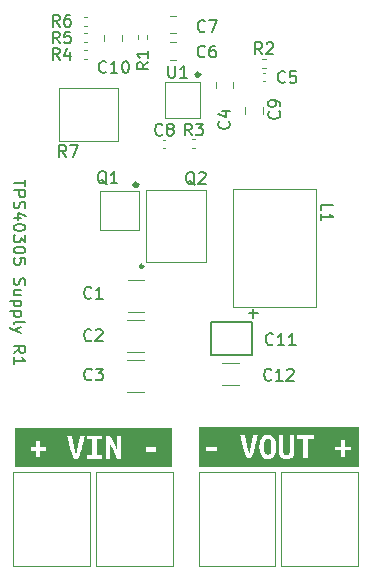
<source format=gbr>
%TF.GenerationSoftware,KiCad,Pcbnew,(6.0.8-1)-1*%
%TF.CreationDate,2022-10-03T20:28:42-04:00*%
%TF.ProjectId,TPS40305_supply,54505334-3033-4303-955f-737570706c79,rev?*%
%TF.SameCoordinates,Original*%
%TF.FileFunction,Legend,Top*%
%TF.FilePolarity,Positive*%
%FSLAX46Y46*%
G04 Gerber Fmt 4.6, Leading zero omitted, Abs format (unit mm)*
G04 Created by KiCad (PCBNEW (6.0.8-1)-1) date 2022-10-03 20:28:42*
%MOMM*%
%LPD*%
G01*
G04 APERTURE LIST*
%ADD10C,0.150000*%
%ADD11C,0.120000*%
%ADD12C,0.306982*%
%ADD13C,0.280227*%
%ADD14C,0.329258*%
%ADD15C,0.127000*%
G04 APERTURE END LIST*
D10*
X86527619Y-55072857D02*
X86527619Y-55644285D01*
X85527619Y-55358571D02*
X86527619Y-55358571D01*
X85527619Y-55977619D02*
X86527619Y-55977619D01*
X86527619Y-56358571D01*
X86480000Y-56453809D01*
X86432380Y-56501428D01*
X86337142Y-56549047D01*
X86194285Y-56549047D01*
X86099047Y-56501428D01*
X86051428Y-56453809D01*
X86003809Y-56358571D01*
X86003809Y-55977619D01*
X85575238Y-56930000D02*
X85527619Y-57072857D01*
X85527619Y-57310952D01*
X85575238Y-57406190D01*
X85622857Y-57453809D01*
X85718095Y-57501428D01*
X85813333Y-57501428D01*
X85908571Y-57453809D01*
X85956190Y-57406190D01*
X86003809Y-57310952D01*
X86051428Y-57120476D01*
X86099047Y-57025238D01*
X86146666Y-56977619D01*
X86241904Y-56930000D01*
X86337142Y-56930000D01*
X86432380Y-56977619D01*
X86480000Y-57025238D01*
X86527619Y-57120476D01*
X86527619Y-57358571D01*
X86480000Y-57501428D01*
X86194285Y-58358571D02*
X85527619Y-58358571D01*
X86575238Y-58120476D02*
X85860952Y-57882380D01*
X85860952Y-58501428D01*
X86527619Y-59072857D02*
X86527619Y-59168095D01*
X86480000Y-59263333D01*
X86432380Y-59310952D01*
X86337142Y-59358571D01*
X86146666Y-59406190D01*
X85908571Y-59406190D01*
X85718095Y-59358571D01*
X85622857Y-59310952D01*
X85575238Y-59263333D01*
X85527619Y-59168095D01*
X85527619Y-59072857D01*
X85575238Y-58977619D01*
X85622857Y-58930000D01*
X85718095Y-58882380D01*
X85908571Y-58834761D01*
X86146666Y-58834761D01*
X86337142Y-58882380D01*
X86432380Y-58930000D01*
X86480000Y-58977619D01*
X86527619Y-59072857D01*
X86527619Y-59739523D02*
X86527619Y-60358571D01*
X86146666Y-60025238D01*
X86146666Y-60168095D01*
X86099047Y-60263333D01*
X86051428Y-60310952D01*
X85956190Y-60358571D01*
X85718095Y-60358571D01*
X85622857Y-60310952D01*
X85575238Y-60263333D01*
X85527619Y-60168095D01*
X85527619Y-59882380D01*
X85575238Y-59787142D01*
X85622857Y-59739523D01*
X86527619Y-60977619D02*
X86527619Y-61072857D01*
X86480000Y-61168095D01*
X86432380Y-61215714D01*
X86337142Y-61263333D01*
X86146666Y-61310952D01*
X85908571Y-61310952D01*
X85718095Y-61263333D01*
X85622857Y-61215714D01*
X85575238Y-61168095D01*
X85527619Y-61072857D01*
X85527619Y-60977619D01*
X85575238Y-60882380D01*
X85622857Y-60834761D01*
X85718095Y-60787142D01*
X85908571Y-60739523D01*
X86146666Y-60739523D01*
X86337142Y-60787142D01*
X86432380Y-60834761D01*
X86480000Y-60882380D01*
X86527619Y-60977619D01*
X86527619Y-62215714D02*
X86527619Y-61739523D01*
X86051428Y-61691904D01*
X86099047Y-61739523D01*
X86146666Y-61834761D01*
X86146666Y-62072857D01*
X86099047Y-62168095D01*
X86051428Y-62215714D01*
X85956190Y-62263333D01*
X85718095Y-62263333D01*
X85622857Y-62215714D01*
X85575238Y-62168095D01*
X85527619Y-62072857D01*
X85527619Y-61834761D01*
X85575238Y-61739523D01*
X85622857Y-61691904D01*
X85575238Y-63406190D02*
X85527619Y-63549047D01*
X85527619Y-63787142D01*
X85575238Y-63882380D01*
X85622857Y-63930000D01*
X85718095Y-63977619D01*
X85813333Y-63977619D01*
X85908571Y-63930000D01*
X85956190Y-63882380D01*
X86003809Y-63787142D01*
X86051428Y-63596666D01*
X86099047Y-63501428D01*
X86146666Y-63453809D01*
X86241904Y-63406190D01*
X86337142Y-63406190D01*
X86432380Y-63453809D01*
X86480000Y-63501428D01*
X86527619Y-63596666D01*
X86527619Y-63834761D01*
X86480000Y-63977619D01*
X86194285Y-64834761D02*
X85527619Y-64834761D01*
X86194285Y-64406190D02*
X85670476Y-64406190D01*
X85575238Y-64453809D01*
X85527619Y-64549047D01*
X85527619Y-64691904D01*
X85575238Y-64787142D01*
X85622857Y-64834761D01*
X86194285Y-65310952D02*
X85194285Y-65310952D01*
X86146666Y-65310952D02*
X86194285Y-65406190D01*
X86194285Y-65596666D01*
X86146666Y-65691904D01*
X86099047Y-65739523D01*
X86003809Y-65787142D01*
X85718095Y-65787142D01*
X85622857Y-65739523D01*
X85575238Y-65691904D01*
X85527619Y-65596666D01*
X85527619Y-65406190D01*
X85575238Y-65310952D01*
X86194285Y-66215714D02*
X85194285Y-66215714D01*
X86146666Y-66215714D02*
X86194285Y-66310952D01*
X86194285Y-66501428D01*
X86146666Y-66596666D01*
X86099047Y-66644285D01*
X86003809Y-66691904D01*
X85718095Y-66691904D01*
X85622857Y-66644285D01*
X85575238Y-66596666D01*
X85527619Y-66501428D01*
X85527619Y-66310952D01*
X85575238Y-66215714D01*
X85527619Y-67263333D02*
X85575238Y-67168095D01*
X85670476Y-67120476D01*
X86527619Y-67120476D01*
X86194285Y-67549047D02*
X85527619Y-67787142D01*
X86194285Y-68025238D02*
X85527619Y-67787142D01*
X85289523Y-67691904D01*
X85241904Y-67644285D01*
X85194285Y-67549047D01*
X85527619Y-69739523D02*
X86003809Y-69406190D01*
X85527619Y-69168095D02*
X86527619Y-69168095D01*
X86527619Y-69549047D01*
X86480000Y-69644285D01*
X86432380Y-69691904D01*
X86337142Y-69739523D01*
X86194285Y-69739523D01*
X86099047Y-69691904D01*
X86051428Y-69644285D01*
X86003809Y-69549047D01*
X86003809Y-69168095D01*
X85527619Y-70691904D02*
X85527619Y-70120476D01*
X85527619Y-70406190D02*
X86527619Y-70406190D01*
X86384761Y-70310952D01*
X86289523Y-70215714D01*
X86241904Y-70120476D01*
%TO.C,U1*%
X98626495Y-45431289D02*
X98626495Y-46240813D01*
X98674114Y-46336051D01*
X98721733Y-46383670D01*
X98816971Y-46431289D01*
X99007447Y-46431289D01*
X99102685Y-46383670D01*
X99150304Y-46336051D01*
X99197923Y-46240813D01*
X99197923Y-45431289D01*
X100197923Y-46431289D02*
X99626495Y-46431289D01*
X99912209Y-46431289D02*
X99912209Y-45431289D01*
X99816971Y-45574147D01*
X99721733Y-45669385D01*
X99626495Y-45717004D01*
%TO.C,Q2*%
X100874761Y-55517619D02*
X100779523Y-55470000D01*
X100684285Y-55374761D01*
X100541428Y-55231904D01*
X100446190Y-55184285D01*
X100350952Y-55184285D01*
X100398571Y-55422380D02*
X100303333Y-55374761D01*
X100208095Y-55279523D01*
X100160476Y-55089047D01*
X100160476Y-54755714D01*
X100208095Y-54565238D01*
X100303333Y-54470000D01*
X100398571Y-54422380D01*
X100589047Y-54422380D01*
X100684285Y-54470000D01*
X100779523Y-54565238D01*
X100827142Y-54755714D01*
X100827142Y-55089047D01*
X100779523Y-55279523D01*
X100684285Y-55374761D01*
X100589047Y-55422380D01*
X100398571Y-55422380D01*
X101208095Y-54517619D02*
X101255714Y-54470000D01*
X101350952Y-54422380D01*
X101589047Y-54422380D01*
X101684285Y-54470000D01*
X101731904Y-54517619D01*
X101779523Y-54612857D01*
X101779523Y-54708095D01*
X101731904Y-54850952D01*
X101160476Y-55422380D01*
X101779523Y-55422380D01*
%TO.C,C1*%
X92117533Y-65054142D02*
X92069914Y-65101761D01*
X91927057Y-65149380D01*
X91831819Y-65149380D01*
X91688961Y-65101761D01*
X91593723Y-65006523D01*
X91546104Y-64911285D01*
X91498485Y-64720809D01*
X91498485Y-64577952D01*
X91546104Y-64387476D01*
X91593723Y-64292238D01*
X91688961Y-64197000D01*
X91831819Y-64149380D01*
X91927057Y-64149380D01*
X92069914Y-64197000D01*
X92117533Y-64244619D01*
X93069914Y-65149380D02*
X92498485Y-65149380D01*
X92784200Y-65149380D02*
X92784200Y-64149380D01*
X92688961Y-64292238D01*
X92593723Y-64387476D01*
X92498485Y-64435095D01*
%TO.C,C6*%
X101721333Y-44623542D02*
X101673714Y-44671161D01*
X101530857Y-44718780D01*
X101435619Y-44718780D01*
X101292761Y-44671161D01*
X101197523Y-44575923D01*
X101149904Y-44480685D01*
X101102285Y-44290209D01*
X101102285Y-44147352D01*
X101149904Y-43956876D01*
X101197523Y-43861638D01*
X101292761Y-43766400D01*
X101435619Y-43718780D01*
X101530857Y-43718780D01*
X101673714Y-43766400D01*
X101721333Y-43814019D01*
X102578476Y-43718780D02*
X102388000Y-43718780D01*
X102292761Y-43766400D01*
X102245142Y-43814019D01*
X102149904Y-43956876D01*
X102102285Y-44147352D01*
X102102285Y-44528304D01*
X102149904Y-44623542D01*
X102197523Y-44671161D01*
X102292761Y-44718780D01*
X102483238Y-44718780D01*
X102578476Y-44671161D01*
X102626095Y-44623542D01*
X102673714Y-44528304D01*
X102673714Y-44290209D01*
X102626095Y-44194971D01*
X102578476Y-44147352D01*
X102483238Y-44099733D01*
X102292761Y-44099733D01*
X102197523Y-44147352D01*
X102149904Y-44194971D01*
X102102285Y-44290209D01*
%TO.C,R4*%
X89415133Y-44930180D02*
X89081800Y-44453990D01*
X88843704Y-44930180D02*
X88843704Y-43930180D01*
X89224657Y-43930180D01*
X89319895Y-43977800D01*
X89367514Y-44025419D01*
X89415133Y-44120657D01*
X89415133Y-44263514D01*
X89367514Y-44358752D01*
X89319895Y-44406371D01*
X89224657Y-44453990D01*
X88843704Y-44453990D01*
X90272276Y-44263514D02*
X90272276Y-44930180D01*
X90034180Y-43882561D02*
X89796085Y-44596847D01*
X90415133Y-44596847D01*
%TO.C,C9*%
X107997142Y-49296666D02*
X108044761Y-49344285D01*
X108092380Y-49487142D01*
X108092380Y-49582380D01*
X108044761Y-49725238D01*
X107949523Y-49820476D01*
X107854285Y-49868095D01*
X107663809Y-49915714D01*
X107520952Y-49915714D01*
X107330476Y-49868095D01*
X107235238Y-49820476D01*
X107140000Y-49725238D01*
X107092380Y-49582380D01*
X107092380Y-49487142D01*
X107140000Y-49344285D01*
X107187619Y-49296666D01*
X108092380Y-48820476D02*
X108092380Y-48630000D01*
X108044761Y-48534761D01*
X107997142Y-48487142D01*
X107854285Y-48391904D01*
X107663809Y-48344285D01*
X107282857Y-48344285D01*
X107187619Y-48391904D01*
X107140000Y-48439523D01*
X107092380Y-48534761D01*
X107092380Y-48725238D01*
X107140000Y-48820476D01*
X107187619Y-48868095D01*
X107282857Y-48915714D01*
X107520952Y-48915714D01*
X107616190Y-48868095D01*
X107663809Y-48820476D01*
X107711428Y-48725238D01*
X107711428Y-48534761D01*
X107663809Y-48439523D01*
X107616190Y-48391904D01*
X107520952Y-48344285D01*
%TO.C,Q1*%
X93417132Y-55466348D02*
X93321894Y-55418729D01*
X93226656Y-55323490D01*
X93083799Y-55180633D01*
X92988561Y-55133014D01*
X92893323Y-55133014D01*
X92940942Y-55371109D02*
X92845704Y-55323490D01*
X92750466Y-55228252D01*
X92702847Y-55037776D01*
X92702847Y-54704443D01*
X92750466Y-54513967D01*
X92845704Y-54418729D01*
X92940942Y-54371109D01*
X93131418Y-54371109D01*
X93226656Y-54418729D01*
X93321894Y-54513967D01*
X93369513Y-54704443D01*
X93369513Y-55037776D01*
X93321894Y-55228252D01*
X93226656Y-55323490D01*
X93131418Y-55371109D01*
X92940942Y-55371109D01*
X94321894Y-55371109D02*
X93750466Y-55371109D01*
X94036180Y-55371109D02*
X94036180Y-54371109D01*
X93940942Y-54513967D01*
X93845704Y-54609205D01*
X93750466Y-54656824D01*
%TO.C,C7*%
X101718333Y-42488342D02*
X101670714Y-42535961D01*
X101527857Y-42583580D01*
X101432619Y-42583580D01*
X101289761Y-42535961D01*
X101194523Y-42440723D01*
X101146904Y-42345485D01*
X101099285Y-42155009D01*
X101099285Y-42012152D01*
X101146904Y-41821676D01*
X101194523Y-41726438D01*
X101289761Y-41631200D01*
X101432619Y-41583580D01*
X101527857Y-41583580D01*
X101670714Y-41631200D01*
X101718333Y-41678819D01*
X102051666Y-41583580D02*
X102718333Y-41583580D01*
X102289761Y-42583580D01*
%TO.C,C4*%
X103757142Y-50146666D02*
X103804761Y-50194285D01*
X103852380Y-50337142D01*
X103852380Y-50432380D01*
X103804761Y-50575238D01*
X103709523Y-50670476D01*
X103614285Y-50718095D01*
X103423809Y-50765714D01*
X103280952Y-50765714D01*
X103090476Y-50718095D01*
X102995238Y-50670476D01*
X102900000Y-50575238D01*
X102852380Y-50432380D01*
X102852380Y-50337142D01*
X102900000Y-50194285D01*
X102947619Y-50146666D01*
X103185714Y-49289523D02*
X103852380Y-49289523D01*
X102804761Y-49527619D02*
X103519047Y-49765714D01*
X103519047Y-49146666D01*
%TO.C,R6*%
X89415133Y-42110180D02*
X89081800Y-41633990D01*
X88843704Y-42110180D02*
X88843704Y-41110180D01*
X89224657Y-41110180D01*
X89319895Y-41157800D01*
X89367514Y-41205419D01*
X89415133Y-41300657D01*
X89415133Y-41443514D01*
X89367514Y-41538752D01*
X89319895Y-41586371D01*
X89224657Y-41633990D01*
X88843704Y-41633990D01*
X90272276Y-41110180D02*
X90081800Y-41110180D01*
X89986561Y-41157800D01*
X89938942Y-41205419D01*
X89843704Y-41348276D01*
X89796085Y-41538752D01*
X89796085Y-41919704D01*
X89843704Y-42014942D01*
X89891323Y-42062561D01*
X89986561Y-42110180D01*
X90177038Y-42110180D01*
X90272276Y-42062561D01*
X90319895Y-42014942D01*
X90367514Y-41919704D01*
X90367514Y-41681609D01*
X90319895Y-41586371D01*
X90272276Y-41538752D01*
X90177038Y-41491133D01*
X89986561Y-41491133D01*
X89891323Y-41538752D01*
X89843704Y-41586371D01*
X89796085Y-41681609D01*
%TO.C,R7*%
X89983333Y-53142380D02*
X89650000Y-52666190D01*
X89411904Y-53142380D02*
X89411904Y-52142380D01*
X89792857Y-52142380D01*
X89888095Y-52190000D01*
X89935714Y-52237619D01*
X89983333Y-52332857D01*
X89983333Y-52475714D01*
X89935714Y-52570952D01*
X89888095Y-52618571D01*
X89792857Y-52666190D01*
X89411904Y-52666190D01*
X90316666Y-52142380D02*
X90983333Y-52142380D01*
X90554761Y-53142380D01*
%TO.C,L1*%
X111587619Y-57663333D02*
X111587619Y-57187142D01*
X112587619Y-57187142D01*
X111587619Y-58520476D02*
X111587619Y-57949047D01*
X111587619Y-58234761D02*
X112587619Y-58234761D01*
X112444761Y-58139523D01*
X112349523Y-58044285D01*
X112301904Y-57949047D01*
%TO.C,C3*%
X92128333Y-71976542D02*
X92080714Y-72024161D01*
X91937857Y-72071780D01*
X91842619Y-72071780D01*
X91699761Y-72024161D01*
X91604523Y-71928923D01*
X91556904Y-71833685D01*
X91509285Y-71643209D01*
X91509285Y-71500352D01*
X91556904Y-71309876D01*
X91604523Y-71214638D01*
X91699761Y-71119400D01*
X91842619Y-71071780D01*
X91937857Y-71071780D01*
X92080714Y-71119400D01*
X92128333Y-71167019D01*
X92461666Y-71071780D02*
X93080714Y-71071780D01*
X92747380Y-71452733D01*
X92890238Y-71452733D01*
X92985476Y-71500352D01*
X93033095Y-71547971D01*
X93080714Y-71643209D01*
X93080714Y-71881304D01*
X93033095Y-71976542D01*
X92985476Y-72024161D01*
X92890238Y-72071780D01*
X92604523Y-72071780D01*
X92509285Y-72024161D01*
X92461666Y-71976542D01*
%TO.C,R3*%
X100602933Y-51324380D02*
X100269600Y-50848190D01*
X100031504Y-51324380D02*
X100031504Y-50324380D01*
X100412457Y-50324380D01*
X100507695Y-50372000D01*
X100555314Y-50419619D01*
X100602933Y-50514857D01*
X100602933Y-50657714D01*
X100555314Y-50752952D01*
X100507695Y-50800571D01*
X100412457Y-50848190D01*
X100031504Y-50848190D01*
X100936266Y-50324380D02*
X101555314Y-50324380D01*
X101221980Y-50705333D01*
X101364838Y-50705333D01*
X101460076Y-50752952D01*
X101507695Y-50800571D01*
X101555314Y-50895809D01*
X101555314Y-51133904D01*
X101507695Y-51229142D01*
X101460076Y-51276761D01*
X101364838Y-51324380D01*
X101079123Y-51324380D01*
X100983885Y-51276761D01*
X100936266Y-51229142D01*
%TO.C,C8*%
X98112533Y-51243742D02*
X98064914Y-51291361D01*
X97922057Y-51338980D01*
X97826819Y-51338980D01*
X97683961Y-51291361D01*
X97588723Y-51196123D01*
X97541104Y-51100885D01*
X97493485Y-50910409D01*
X97493485Y-50767552D01*
X97541104Y-50577076D01*
X97588723Y-50481838D01*
X97683961Y-50386600D01*
X97826819Y-50338980D01*
X97922057Y-50338980D01*
X98064914Y-50386600D01*
X98112533Y-50434219D01*
X98683961Y-50767552D02*
X98588723Y-50719933D01*
X98541104Y-50672314D01*
X98493485Y-50577076D01*
X98493485Y-50529457D01*
X98541104Y-50434219D01*
X98588723Y-50386600D01*
X98683961Y-50338980D01*
X98874438Y-50338980D01*
X98969676Y-50386600D01*
X99017295Y-50434219D01*
X99064914Y-50529457D01*
X99064914Y-50577076D01*
X99017295Y-50672314D01*
X98969676Y-50719933D01*
X98874438Y-50767552D01*
X98683961Y-50767552D01*
X98588723Y-50815171D01*
X98541104Y-50862790D01*
X98493485Y-50958028D01*
X98493485Y-51148504D01*
X98541104Y-51243742D01*
X98588723Y-51291361D01*
X98683961Y-51338980D01*
X98874438Y-51338980D01*
X98969676Y-51291361D01*
X99017295Y-51243742D01*
X99064914Y-51148504D01*
X99064914Y-50958028D01*
X99017295Y-50862790D01*
X98969676Y-50815171D01*
X98874438Y-50767552D01*
%TO.C,C10*%
X93367142Y-45927142D02*
X93319523Y-45974761D01*
X93176666Y-46022380D01*
X93081428Y-46022380D01*
X92938571Y-45974761D01*
X92843333Y-45879523D01*
X92795714Y-45784285D01*
X92748095Y-45593809D01*
X92748095Y-45450952D01*
X92795714Y-45260476D01*
X92843333Y-45165238D01*
X92938571Y-45070000D01*
X93081428Y-45022380D01*
X93176666Y-45022380D01*
X93319523Y-45070000D01*
X93367142Y-45117619D01*
X94319523Y-46022380D02*
X93748095Y-46022380D01*
X94033809Y-46022380D02*
X94033809Y-45022380D01*
X93938571Y-45165238D01*
X93843333Y-45260476D01*
X93748095Y-45308095D01*
X94938571Y-45022380D02*
X95033809Y-45022380D01*
X95129047Y-45070000D01*
X95176666Y-45117619D01*
X95224285Y-45212857D01*
X95271904Y-45403333D01*
X95271904Y-45641428D01*
X95224285Y-45831904D01*
X95176666Y-45927142D01*
X95129047Y-45974761D01*
X95033809Y-46022380D01*
X94938571Y-46022380D01*
X94843333Y-45974761D01*
X94795714Y-45927142D01*
X94748095Y-45831904D01*
X94700476Y-45641428D01*
X94700476Y-45403333D01*
X94748095Y-45212857D01*
X94795714Y-45117619D01*
X94843333Y-45070000D01*
X94938571Y-45022380D01*
%TO.C,R2*%
X106573333Y-44452380D02*
X106240000Y-43976190D01*
X106001904Y-44452380D02*
X106001904Y-43452380D01*
X106382857Y-43452380D01*
X106478095Y-43500000D01*
X106525714Y-43547619D01*
X106573333Y-43642857D01*
X106573333Y-43785714D01*
X106525714Y-43880952D01*
X106478095Y-43928571D01*
X106382857Y-43976190D01*
X106001904Y-43976190D01*
X106954285Y-43547619D02*
X107001904Y-43500000D01*
X107097142Y-43452380D01*
X107335238Y-43452380D01*
X107430476Y-43500000D01*
X107478095Y-43547619D01*
X107525714Y-43642857D01*
X107525714Y-43738095D01*
X107478095Y-43880952D01*
X106906666Y-44452380D01*
X107525714Y-44452380D01*
%TO.C,C11*%
X107493742Y-68987142D02*
X107446123Y-69034761D01*
X107303266Y-69082380D01*
X107208028Y-69082380D01*
X107065171Y-69034761D01*
X106969933Y-68939523D01*
X106922314Y-68844285D01*
X106874695Y-68653809D01*
X106874695Y-68510952D01*
X106922314Y-68320476D01*
X106969933Y-68225238D01*
X107065171Y-68130000D01*
X107208028Y-68082380D01*
X107303266Y-68082380D01*
X107446123Y-68130000D01*
X107493742Y-68177619D01*
X108446123Y-69082380D02*
X107874695Y-69082380D01*
X108160409Y-69082380D02*
X108160409Y-68082380D01*
X108065171Y-68225238D01*
X107969933Y-68320476D01*
X107874695Y-68368095D01*
X109398504Y-69082380D02*
X108827076Y-69082380D01*
X109112790Y-69082380D02*
X109112790Y-68082380D01*
X109017552Y-68225238D01*
X108922314Y-68320476D01*
X108827076Y-68368095D01*
X106211952Y-66367371D02*
X105450047Y-66367371D01*
X105831000Y-65986419D02*
X105831000Y-66748323D01*
%TO.C,R1*%
X96932380Y-45136666D02*
X96456190Y-45470000D01*
X96932380Y-45708095D02*
X95932380Y-45708095D01*
X95932380Y-45327142D01*
X95980000Y-45231904D01*
X96027619Y-45184285D01*
X96122857Y-45136666D01*
X96265714Y-45136666D01*
X96360952Y-45184285D01*
X96408571Y-45231904D01*
X96456190Y-45327142D01*
X96456190Y-45708095D01*
X96932380Y-44184285D02*
X96932380Y-44755714D01*
X96932380Y-44470000D02*
X95932380Y-44470000D01*
X96075238Y-44565238D01*
X96170476Y-44660476D01*
X96218095Y-44755714D01*
%TO.C,C5*%
X108523333Y-46777142D02*
X108475714Y-46824761D01*
X108332857Y-46872380D01*
X108237619Y-46872380D01*
X108094761Y-46824761D01*
X107999523Y-46729523D01*
X107951904Y-46634285D01*
X107904285Y-46443809D01*
X107904285Y-46300952D01*
X107951904Y-46110476D01*
X107999523Y-46015238D01*
X108094761Y-45920000D01*
X108237619Y-45872380D01*
X108332857Y-45872380D01*
X108475714Y-45920000D01*
X108523333Y-45967619D01*
X109428095Y-45872380D02*
X108951904Y-45872380D01*
X108904285Y-46348571D01*
X108951904Y-46300952D01*
X109047142Y-46253333D01*
X109285238Y-46253333D01*
X109380476Y-46300952D01*
X109428095Y-46348571D01*
X109475714Y-46443809D01*
X109475714Y-46681904D01*
X109428095Y-46777142D01*
X109380476Y-46824761D01*
X109285238Y-46872380D01*
X109047142Y-46872380D01*
X108951904Y-46824761D01*
X108904285Y-46777142D01*
%TO.C,R5*%
X89415133Y-43530180D02*
X89081800Y-43053990D01*
X88843704Y-43530180D02*
X88843704Y-42530180D01*
X89224657Y-42530180D01*
X89319895Y-42577800D01*
X89367514Y-42625419D01*
X89415133Y-42720657D01*
X89415133Y-42863514D01*
X89367514Y-42958752D01*
X89319895Y-43006371D01*
X89224657Y-43053990D01*
X88843704Y-43053990D01*
X90319895Y-42530180D02*
X89843704Y-42530180D01*
X89796085Y-43006371D01*
X89843704Y-42958752D01*
X89938942Y-42911133D01*
X90177038Y-42911133D01*
X90272276Y-42958752D01*
X90319895Y-43006371D01*
X90367514Y-43101609D01*
X90367514Y-43339704D01*
X90319895Y-43434942D01*
X90272276Y-43482561D01*
X90177038Y-43530180D01*
X89938942Y-43530180D01*
X89843704Y-43482561D01*
X89796085Y-43434942D01*
%TO.C,C2*%
X92102933Y-68641942D02*
X92055314Y-68689561D01*
X91912457Y-68737180D01*
X91817219Y-68737180D01*
X91674361Y-68689561D01*
X91579123Y-68594323D01*
X91531504Y-68499085D01*
X91483885Y-68308609D01*
X91483885Y-68165752D01*
X91531504Y-67975276D01*
X91579123Y-67880038D01*
X91674361Y-67784800D01*
X91817219Y-67737180D01*
X91912457Y-67737180D01*
X92055314Y-67784800D01*
X92102933Y-67832419D01*
X92483885Y-67832419D02*
X92531504Y-67784800D01*
X92626742Y-67737180D01*
X92864838Y-67737180D01*
X92960076Y-67784800D01*
X93007695Y-67832419D01*
X93055314Y-67927657D01*
X93055314Y-68022895D01*
X93007695Y-68165752D01*
X92436266Y-68737180D01*
X93055314Y-68737180D01*
%TO.C,C12*%
X107342142Y-71983342D02*
X107294523Y-72030961D01*
X107151666Y-72078580D01*
X107056428Y-72078580D01*
X106913571Y-72030961D01*
X106818333Y-71935723D01*
X106770714Y-71840485D01*
X106723095Y-71650009D01*
X106723095Y-71507152D01*
X106770714Y-71316676D01*
X106818333Y-71221438D01*
X106913571Y-71126200D01*
X107056428Y-71078580D01*
X107151666Y-71078580D01*
X107294523Y-71126200D01*
X107342142Y-71173819D01*
X108294523Y-72078580D02*
X107723095Y-72078580D01*
X108008809Y-72078580D02*
X108008809Y-71078580D01*
X107913571Y-71221438D01*
X107818333Y-71316676D01*
X107723095Y-71364295D01*
X108675476Y-71173819D02*
X108723095Y-71126200D01*
X108818333Y-71078580D01*
X109056428Y-71078580D01*
X109151666Y-71126200D01*
X109199285Y-71173819D01*
X109246904Y-71269057D01*
X109246904Y-71364295D01*
X109199285Y-71507152D01*
X108627857Y-72078580D01*
X109246904Y-72078580D01*
D11*
%TO.C,U1*%
X101311091Y-46840800D02*
X98311091Y-46840800D01*
X98311091Y-46840800D02*
X98311091Y-49840800D01*
X98311091Y-49840800D02*
X101311091Y-49840800D01*
X101311091Y-49840800D02*
X101311091Y-46840800D01*
D12*
X101284582Y-46190800D02*
G75*
G03*
X101284582Y-46190800I-153491J0D01*
G01*
D11*
%TO.C,Q2*%
X101841000Y-55978800D02*
X96741000Y-55978800D01*
X96741000Y-55978800D02*
X96741000Y-62078800D01*
X96741000Y-62078800D02*
X101841000Y-62078800D01*
X101841000Y-62078800D02*
X101841000Y-55978800D01*
D13*
X96501113Y-62398800D02*
G75*
G03*
X96501113Y-62398800I-140113J0D01*
G01*
%TO.C,kibuzzard-633B5210*%
G36*
X85643721Y-76085879D02*
G01*
X98916279Y-76085879D01*
X98916279Y-79374121D01*
X85643721Y-79374121D01*
X85643721Y-78039562D01*
X86966637Y-78039562D01*
X87465112Y-78039562D01*
X87465112Y-78592013D01*
X87801662Y-78592013D01*
X87801662Y-78039562D01*
X88300137Y-78039562D01*
X88300137Y-77718888D01*
X87801662Y-77718888D01*
X87801662Y-77166437D01*
X87465112Y-77166437D01*
X87465112Y-77718888D01*
X86966637Y-77718888D01*
X86966637Y-78039562D01*
X85643721Y-78039562D01*
X85643721Y-76747338D01*
X90055912Y-76747338D01*
X90092425Y-76925138D01*
X90144812Y-77147387D01*
X90186793Y-77313722D01*
X90232301Y-77486760D01*
X90281337Y-77666500D01*
X90333196Y-77849768D01*
X90387171Y-78033389D01*
X90443262Y-78217363D01*
X90526606Y-78479300D01*
X90605187Y-78712663D01*
X91008412Y-78712663D01*
X91773587Y-78712663D01*
X93021362Y-78712663D01*
X93335687Y-78712663D01*
X93688112Y-78712663D01*
X93688112Y-77407737D01*
X93806117Y-77625578D01*
X93918829Y-77843065D01*
X94026250Y-78060200D01*
X94128379Y-78277335D01*
X94225217Y-78494822D01*
X94316762Y-78712663D01*
X94631088Y-78712663D01*
X94631088Y-78090363D01*
X96723413Y-78090363D01*
X97593362Y-78090363D01*
X97593362Y-77706188D01*
X96723413Y-77706188D01*
X96723413Y-78090363D01*
X94631088Y-78090363D01*
X94631088Y-76747338D01*
X94278662Y-76747338D01*
X94278662Y-77957013D01*
X94222703Y-77833188D01*
X94156425Y-77690312D01*
X94081812Y-77535531D01*
X94000850Y-77375987D01*
X93915522Y-77213666D01*
X93827812Y-77050550D01*
X93738912Y-76892991D01*
X93650012Y-76747338D01*
X93335687Y-76747338D01*
X93335687Y-78712663D01*
X93021362Y-78712663D01*
X93021362Y-78388813D01*
X92595912Y-78388813D01*
X92595912Y-77071188D01*
X93021362Y-77071188D01*
X93021362Y-76747338D01*
X91773587Y-76747338D01*
X91773587Y-77071188D01*
X92202212Y-77071188D01*
X92202212Y-78388813D01*
X91773587Y-78388813D01*
X91773587Y-78712663D01*
X91008412Y-78712663D01*
X91069090Y-78543506D01*
X91128357Y-78370468D01*
X91186212Y-78193550D01*
X91241775Y-78015750D01*
X91294162Y-77840067D01*
X91343375Y-77666500D01*
X91410844Y-77413691D01*
X91470375Y-77172787D01*
X91521572Y-76948950D01*
X91564038Y-76747338D01*
X91154462Y-76747338D01*
X91125887Y-76912437D01*
X91090962Y-77102937D01*
X91051275Y-77308916D01*
X91008412Y-77520450D01*
X90962375Y-77733175D01*
X90913162Y-77942725D01*
X90862362Y-78139178D01*
X90811562Y-78312613D01*
X90760366Y-78136797D01*
X90708375Y-77939550D01*
X90657575Y-77730000D01*
X90609950Y-77517275D01*
X90565897Y-77306138D01*
X90525812Y-77101350D01*
X90492475Y-76912041D01*
X90468662Y-76747338D01*
X90055912Y-76747338D01*
X85643721Y-76747338D01*
X85643721Y-76085879D01*
G37*
%TO.C,kibuzzard-633B51DB*%
G36*
X101191429Y-76003017D02*
G01*
X114728571Y-76003017D01*
X114728571Y-79376983D01*
X101191429Y-79376983D01*
X101191429Y-78051950D01*
X101852887Y-78051950D01*
X102722837Y-78051950D01*
X102722837Y-77667775D01*
X101852887Y-77667775D01*
X101852887Y-78051950D01*
X101191429Y-78051950D01*
X101191429Y-76708925D01*
X104710387Y-76708925D01*
X104746900Y-76886725D01*
X104799287Y-77108975D01*
X104841268Y-77275310D01*
X104886776Y-77448347D01*
X104935812Y-77628087D01*
X104987671Y-77811356D01*
X105041646Y-77994976D01*
X105097737Y-78178950D01*
X105181081Y-78440887D01*
X105259662Y-78674250D01*
X105662887Y-78674250D01*
X105723565Y-78505093D01*
X105782832Y-78332056D01*
X105840687Y-78155137D01*
X105896250Y-77977338D01*
X105948637Y-77801654D01*
X105980295Y-77690000D01*
X106342337Y-77690000D01*
X106353748Y-77928423D01*
X106387978Y-78135691D01*
X106445029Y-78311804D01*
X106524900Y-78456762D01*
X106664776Y-78600519D01*
X106840989Y-78686774D01*
X107053537Y-78715525D01*
X107260971Y-78686774D01*
X107434537Y-78600519D01*
X107574237Y-78456762D01*
X107654803Y-78311804D01*
X107712350Y-78135691D01*
X107741110Y-77963050D01*
X107967937Y-77963050D01*
X107975875Y-78126562D01*
X107999687Y-78274200D01*
X108042550Y-78403581D01*
X108107637Y-78512325D01*
X108312425Y-78663137D01*
X108456491Y-78702428D01*
X108631512Y-78715525D01*
X108809312Y-78702428D01*
X108955362Y-78663137D01*
X109072837Y-78599241D01*
X109164912Y-78512325D01*
X109232381Y-78403581D01*
X109276037Y-78274200D01*
X109299850Y-78126562D01*
X109307787Y-77963050D01*
X109307787Y-77032775D01*
X109510987Y-77032775D01*
X110028512Y-77032775D01*
X110028512Y-78674250D01*
X110422212Y-78674250D01*
X110422212Y-78001150D01*
X112733612Y-78001150D01*
X113232087Y-78001150D01*
X113232087Y-78553600D01*
X113568638Y-78553600D01*
X113568638Y-78001150D01*
X114067113Y-78001150D01*
X114067113Y-77680475D01*
X113568638Y-77680475D01*
X113568638Y-77128025D01*
X113232087Y-77128025D01*
X113232087Y-77680475D01*
X112733612Y-77680475D01*
X112733612Y-78001150D01*
X110422212Y-78001150D01*
X110422212Y-77032775D01*
X110939738Y-77032775D01*
X110939738Y-76708925D01*
X109510987Y-76708925D01*
X109510987Y-77032775D01*
X109307787Y-77032775D01*
X109307787Y-76708925D01*
X108917262Y-76708925D01*
X108917262Y-77934475D01*
X108904562Y-78142437D01*
X108860112Y-78278962D01*
X108774387Y-78353575D01*
X108637862Y-78375800D01*
X108501337Y-78353575D01*
X108417200Y-78280550D01*
X108374337Y-78145612D01*
X108361637Y-77937650D01*
X108361637Y-76708925D01*
X107967937Y-76708925D01*
X107967937Y-77963050D01*
X107741110Y-77963050D01*
X107746878Y-77928423D01*
X107758387Y-77690000D01*
X107747077Y-77451577D01*
X107713144Y-77244309D01*
X107656589Y-77068196D01*
X107577412Y-76923237D01*
X107438418Y-76779481D01*
X107262735Y-76693226D01*
X107050362Y-76664475D01*
X106844340Y-76693226D01*
X106670774Y-76779481D01*
X106529662Y-76923237D01*
X106447708Y-77068196D01*
X106389169Y-77244309D01*
X106354045Y-77451577D01*
X106342337Y-77690000D01*
X105980295Y-77690000D01*
X105997850Y-77628087D01*
X106065319Y-77375278D01*
X106124850Y-77134375D01*
X106176047Y-76910537D01*
X106218512Y-76708925D01*
X105808937Y-76708925D01*
X105780362Y-76874025D01*
X105745437Y-77064525D01*
X105705750Y-77270503D01*
X105662887Y-77482037D01*
X105616850Y-77694762D01*
X105567637Y-77904312D01*
X105516837Y-78100766D01*
X105466037Y-78274200D01*
X105414841Y-78098384D01*
X105362850Y-77901137D01*
X105312050Y-77691587D01*
X105264425Y-77478862D01*
X105220372Y-77267725D01*
X105180287Y-77062937D01*
X105146950Y-76873628D01*
X105123137Y-76708925D01*
X104710387Y-76708925D01*
X101191429Y-76708925D01*
X101191429Y-76003017D01*
G37*
G36*
X107212287Y-77058175D02*
G01*
X107305950Y-77204225D01*
X107350400Y-77421712D01*
X107358734Y-77551491D01*
X107361512Y-77690000D01*
X107358734Y-77828112D01*
X107350400Y-77956700D01*
X107305950Y-78174187D01*
X107210700Y-78321825D01*
X107050362Y-78375800D01*
X106888437Y-78321825D01*
X106794775Y-78175775D01*
X106750325Y-77958287D01*
X106741991Y-77828509D01*
X106739212Y-77690000D01*
X106741991Y-77551887D01*
X106750325Y-77423300D01*
X106794775Y-77205812D01*
X106888437Y-77058175D01*
X107050362Y-77004200D01*
X107212287Y-77058175D01*
G37*
D11*
%TO.C,C1*%
X95179748Y-66248800D02*
X96602252Y-66248800D01*
X95179748Y-63528800D02*
X96602252Y-63528800D01*
%TO.C,C6*%
X99253652Y-43451600D02*
X98731148Y-43451600D01*
X99253652Y-44921600D02*
X98731148Y-44921600D01*
%TO.C,J1*%
X85513200Y-87820000D02*
X85513200Y-79820000D01*
X85513200Y-79820000D02*
X92013200Y-79820000D01*
X92013200Y-79820000D02*
X92013200Y-87820000D01*
X92013200Y-87820000D02*
X85513200Y-87820000D01*
%TO.C,R4*%
X91445359Y-44090400D02*
X91752641Y-44090400D01*
X91445359Y-44850400D02*
X91752641Y-44850400D01*
%TO.C,C9*%
X105140000Y-49477652D02*
X105140000Y-48955148D01*
X106610000Y-49477652D02*
X106610000Y-48955148D01*
%TO.C,Q1*%
X96115971Y-59296729D02*
X92815971Y-59296729D01*
X92815971Y-59296729D02*
X92815971Y-55996729D01*
X92815971Y-55996729D02*
X96115971Y-55996729D01*
X96115971Y-55996729D02*
X96115971Y-59296729D01*
D14*
X96050600Y-55506729D02*
G75*
G03*
X96050600Y-55506729I-164629J0D01*
G01*
D11*
%TO.C,J3*%
X114670000Y-79820000D02*
X114670000Y-87820000D01*
X108170000Y-79820000D02*
X114670000Y-79820000D01*
X114670000Y-87820000D02*
X108170000Y-87820000D01*
X108170000Y-87820000D02*
X108170000Y-79820000D01*
%TO.C,C7*%
X99276052Y-41189400D02*
X98753548Y-41189400D01*
X99276052Y-42659400D02*
X98753548Y-42659400D01*
%TO.C,C4*%
X104127400Y-46818948D02*
X104127400Y-47341452D01*
X102657400Y-46818948D02*
X102657400Y-47341452D01*
%TO.C,J2*%
X98998200Y-87820000D02*
X92498200Y-87820000D01*
X98998200Y-79820000D02*
X98998200Y-87820000D01*
X92498200Y-79820000D02*
X98998200Y-79820000D01*
X92498200Y-87820000D02*
X92498200Y-79820000D01*
%TO.C,R6*%
X91752641Y-41275000D02*
X91445359Y-41275000D01*
X91752641Y-42035000D02*
X91445359Y-42035000D01*
%TO.C,J4*%
X107685000Y-87820000D02*
X101185000Y-87820000D01*
X101185000Y-87820000D02*
X101185000Y-79820000D01*
X101185000Y-79820000D02*
X107685000Y-79820000D01*
X107685000Y-79820000D02*
X107685000Y-87820000D01*
%TO.C,R7*%
X89368200Y-51772200D02*
X94368200Y-51772200D01*
X94368200Y-51772200D02*
X94368200Y-47272200D01*
X94368200Y-47272200D02*
X89368200Y-47272200D01*
X89368200Y-47272200D02*
X89368200Y-51772200D01*
%TO.C,L1*%
X111110000Y-55840000D02*
X104110000Y-55840000D01*
X104110000Y-55840000D02*
X104110000Y-65840000D01*
X104110000Y-65840000D02*
X111110000Y-65840000D01*
X111110000Y-65840000D02*
X111110000Y-55840000D01*
%TO.C,C3*%
X95139748Y-73018800D02*
X96562252Y-73018800D01*
X95139748Y-70298800D02*
X96562252Y-70298800D01*
%TO.C,R3*%
X100615959Y-52422000D02*
X100923241Y-52422000D01*
X100615959Y-51662000D02*
X100923241Y-51662000D01*
%TO.C,C8*%
X98171364Y-51686600D02*
X98387036Y-51686600D01*
X98171364Y-52406600D02*
X98387036Y-52406600D01*
%TO.C,C10*%
X93205000Y-43311252D02*
X93205000Y-42788748D01*
X94675000Y-43311252D02*
X94675000Y-42788748D01*
%TO.C,R2*%
X106576959Y-44834000D02*
X106884241Y-44834000D01*
X106576959Y-45594000D02*
X106884241Y-45594000D01*
D15*
%TO.C,C11*%
X105711000Y-69958800D02*
X105711000Y-67158800D01*
X105711000Y-67158800D02*
X102211000Y-67158800D01*
X105711000Y-69958800D02*
X102211000Y-69958800D01*
X102211000Y-69958800D02*
X102211000Y-67158800D01*
D11*
%TO.C,R1*%
X96818200Y-42848559D02*
X96818200Y-43155841D01*
X96058200Y-42848559D02*
X96058200Y-43155841D01*
%TO.C,C5*%
X106616964Y-46039400D02*
X106832636Y-46039400D01*
X106616964Y-46759400D02*
X106832636Y-46759400D01*
%TO.C,R5*%
X91445359Y-43442700D02*
X91752641Y-43442700D01*
X91445359Y-42682700D02*
X91752641Y-42682700D01*
%TO.C,C2*%
X95139748Y-66938800D02*
X96562252Y-66938800D01*
X95139748Y-69658800D02*
X96562252Y-69658800D01*
%TO.C,C12*%
X104632252Y-72438800D02*
X103209748Y-72438800D01*
X104632252Y-70618800D02*
X103209748Y-70618800D01*
%TD*%
M02*

</source>
